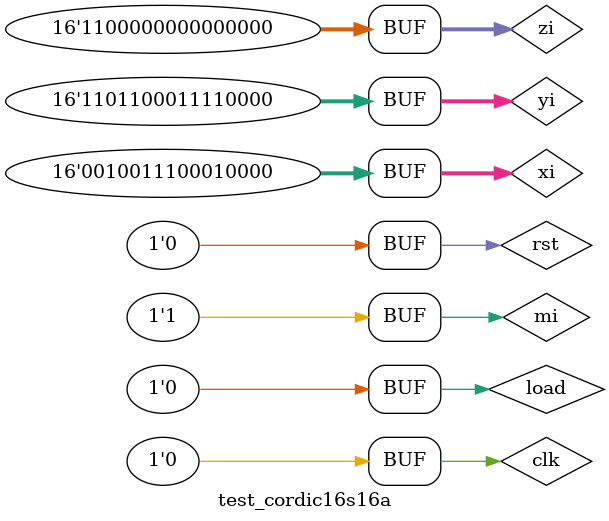
<source format=v>
`timescale 1ns / 1ps
module test_cordic16s16a;

	// Inputs
	reg [15:0] xi;
	reg [15:0] yi;
	reg [15:0] zi;
	reg load;
	reg mi;
	reg clk;
	reg rst;

	// Outputs
	wire [15:0] xo;
	wire [15:0] yo;
	wire [15:0] zo;
	wire rdy;
	wire mo;
	
	// Test
	reg [15:0] xout,yout,zout;

	// Instantiate the Unit Under Test (UUT)
	cordic16s16a uut (
		.xi(xi), 
		.yi(yi), 
		.zi(zi), 
		.xo(xo), 
		.yo(yo), 
		.zo(zo), 
		.load(load), 
		.mi(mi),
		.mo(mo),		
		.rdy(rdy), 
		.clk(clk), 
		.rst(rst)
	);
	always @ (posedge clk)
	begin
		if (rdy) xout <= xo;
		if (rdy) yout <= yo;
		if (rdy) zout <= zo;
	end

	initial begin
		// Initialize Inputs
		xi = 0;
		yi = 0;
		zi = 0;
		load = 0;
		mi = 0;
		clk = 0;
		rst = 0;

		// Wait 100 ns for global reset to finish
		#100;
        
		// reset
		#5 clk = 0; rst = 1;
		#5 clk = 1;
		#5 clk = 0; rst = 0;
		#5 clk = 1;
		// idle
		repeat (20)
		begin
			#5 clk = 0; load = 0;
			#5 clk = 1;
		end
		// demodulate Fs/4
		repeat (16)
		begin
			#5 clk = 0; xi = 16384; yi = 16384; zi = 0; load = 1;
			#5 clk = 1;
			repeat (20)
			begin
				#5 clk = 0; load = 0;
				#5 clk = 1;
			end
			#5 clk = 0; xi = -16384; yi = 16384; zi = 0; load = 1;
			#5 clk = 1;
			repeat (20)
			begin
				#5 clk = 0; load = 0;
				#5 clk = 1;
			end
			#5 clk = 0; xi = -16384; yi = -16384; zi = 0; load = 1;
			#5 clk = 1;
			repeat (20)
			begin
				#5 clk = 0; load = 0;
				#5 clk = 1;
			end
			#5 clk = 0; xi = 16384; yi = -16384; zi = 0; load = 1;
			#5 clk = 1;
			repeat (20)
			begin
				#5 clk = 0; load = 0;
				#5 clk = 1;
			end
		end
		// idle
		repeat (20)
		begin
			#5 clk = 0; load = 0;
			#5 clk = 1;
		end
		// rotate by 0-360 degrees
		zi = -512; mi = 1;
		repeat (129)
		begin
			#5 clk = 0; xi = 20000; yi = 20000; zi = zi+512; load = 1; // -2dBFS
			#5 clk = 1;
			repeat (20)
			begin
				#5 clk = 0; load = 0;
				#5 clk = 1;
			end
		end
		// idle
		repeat (20)
		begin
			#5 clk = 0; load = 0;
			#5 clk = 1;
		end
		// rotate by 0-360 degrees
		zi = -512; mi = 1;
		repeat (129)
		begin
			#5 clk = 0; xi = 200; yi = 200; zi = zi+512; load = 1; // -42dBFS
			#5 clk = 1;
			repeat (20)
			begin
				#5 clk = 0; load = 0;
				#5 clk = 1;
			end
		end
		// idle
		repeat (20)
		begin
			#5 clk = 0; load = 0;
			#5 clk = 1;
		end
		// AM Demodulation
		zi = 0; mi = 0;
		#5 clk = 0; xi = 0; yi = 0; zi = 0; load = 1; // 
		#5 clk = 1;
		repeat (20)
		begin
			#5 clk = 0; load = 0;
			#5 clk = 1;
		end
		#5 clk = 0; xi = 2929; yi = 2929; zi = 0; load = 1; // 
		#5 clk = 1;
		repeat (20)
		begin
			#5 clk = 0; load = 0;
			#5 clk = 1;
		end
		#5 clk = 0; xi = 10000; yi = 10000; zi = 0; load = 1; // 
		#5 clk = 1;
		repeat (20)
		begin
			#5 clk = 0; load = 0;
			#5 clk = 1;
		end
		#5 clk = 0; xi = 17071; yi = 17071; zi = 0; load = 1; // 
		#5 clk = 1;
		repeat (20)
		begin
			#5 clk = 0; load = 0;
			#5 clk = 1;
		end
		#5 clk = 0; xi = 20000; yi = 20000; zi = 0; load = 1; // 
		#5 clk = 1;
		repeat (20)
		begin
			#5 clk = 0; load = 0;
			#5 clk = 1;
		end
		#5 clk = 0; xi = 17071; yi = 17071; zi = 0; load = 1; // 
		#5 clk = 1;
		repeat (20)
		begin
			#5 clk = 0; load = 0;
			#5 clk = 1;
		end
		#5 clk = 0; xi = 10000; yi = 10000; zi = 0; load = 1; // 
		#5 clk = 1;
		repeat (20)
		begin
			#5 clk = 0; load = 0;
			#5 clk = 1;
		end
		#5 clk = 0; xi = 2929; yi = 2929; zi = 0; load = 1; // 
		#5 clk = 1;
		repeat (20)
		begin
			#5 clk = 0; load = 0;
			#5 clk = 1;
		end
		#5 clk = 0; xi = 0; yi = 0; zi = 0; load = 1; // 
		#5 clk = 1;
		repeat (20)
		begin
			#5 clk = 0; load = 0;
			#5 clk = 1;
		end
		#5 clk = 0; xi = 4142; yi = 0; zi = 0; load = 1; // 
		#5 clk = 1;
		repeat (20)
		begin
			#5 clk = 0; load = 0;
			#5 clk = 1;
		end
		#5 clk = 0; xi = 14142; yi = 0; zi = 0; load = 1; // 
		#5 clk = 1;
		repeat (20)
		begin
			#5 clk = 0; load = 0;
			#5 clk = 1;
		end
		#5 clk = 0; xi = 24142; yi = 0; zi = 0; load = 1; // 
		#5 clk = 1;
		repeat (20)
		begin
			#5 clk = 0; load = 0;
			#5 clk = 1;
		end
		#5 clk = 0; xi = 28284; yi = 0; zi = 0; load = 1; // 
		#5 clk = 1;
		repeat (20)
		begin
			#5 clk = 0; load = 0;
			#5 clk = 1;
		end
		#5 clk = 0; xi = 24142; yi = 0; zi = 0; load = 1; // 
		#5 clk = 1;
		repeat (20)
		begin
			#5 clk = 0; load = 0;
			#5 clk = 1;
		end
		#5 clk = 0; xi = 14142; yi = 0; zi = 0; load = 1; // 
		#5 clk = 1;
		repeat (20)
		begin
			#5 clk = 0; load = 0;
			#5 clk = 1;
		end
		#5 clk = 0; xi = 4142; yi = 0; zi = 0; load = 1; // 
		#5 clk = 1;
		repeat (20)
		begin
			#5 clk = 0; load = 0;
			#5 clk = 1;
		end
		#5 clk = 0; xi = 0; yi = 0; zi = 0; load = 1; // 
		#5 clk = 1;
		repeat (20)
		begin
			#5 clk = 0; load = 0;
			#5 clk = 1;
		end
		// idle
		repeat (20)
		begin
			#5 clk = 0; load = 0;
			#5 clk = 1;
		end
		// translate 0-360 degree angles -8dBFS
		#3 clk = 1; mi = 0;
		#3 clk = 1; xi = 14142; yi = 0; zi = 0; load = 1; // 0 degrees
		#3 clk = 0;
		#3 clk = 0;
		repeat (20)
		begin
			#3 clk = 1;
			#3 clk = 1; load = 0;
			#3 clk = 0;
			#3 clk = 0;
		end
		#3 clk = 1; mi = 0;
		#3 clk = 1; xi = 10000; yi = 10000; zi = 0; load = 1; // 45 degrees
		#3 clk = 0;
		#3 clk = 0;
		repeat (20)
		begin
			#3 clk = 1;
			#3 clk = 1; load = 0;
			#3 clk = 0;
			#3 clk = 0;
		end
		#3 clk = 1; mi = 0;
		#3 clk = 1; xi = 0; yi = 14142; zi = 0; load = 1; // 90 degrees
		#3 clk = 0;
		#3 clk = 0;
		repeat (20)
		begin
			#3 clk = 1;
			#3 clk = 1; load = 0;
			#3 clk = 0;
			#3 clk = 0;
		end
		#3 clk = 1; mi = 0;
		#3 clk = 1; xi = -10000; yi = 10000; zi = 0; load = 1; // 135 degrees
		#3 clk = 0;
		#3 clk = 0;
		repeat (20)
		begin
			#3 clk = 1;
			#3 clk = 1; load = 0;
			#3 clk = 0;
			#3 clk = 0;
		end
		#3 clk = 1; mi = 0;
		#3 clk = 1; xi = -14142; yi = 0; zi = 0; load = 1; // 180 degrees
		#3 clk = 0;
		#3 clk = 0;
		repeat (20)
		begin
			#3 clk = 1;
			#3 clk = 1; load = 0;
			#3 clk = 0;
			#3 clk = 0;
		end
		#3 clk = 1; mi = 0;
		#3 clk = 1; xi = -10000; yi = -10000; zi = 0; load = 1; // 225 degrees
		#3 clk = 0;
		#3 clk = 0;
		repeat (20)
		begin
			#3 clk = 1;
			#3 clk = 1; load = 0;
			#3 clk = 0;
			#3 clk = 0;
		end
		#3 clk = 1; mi = 0;
		#3 clk = 1; xi = 0; yi = -14142; zi = 0; load = 1; // 270 degrees
		#3 clk = 0;
		#3 clk = 0;
		repeat (20)
		begin
			#3 clk = 1;
			#3 clk = 1; load = 0;
			#3 clk = 0;
			#3 clk = 0;
		end
		#3 clk = 1; mi = 0;
		#3 clk = 1; xi = 10000; yi = -10000; zi = 0; load = 1; // 315 degrees
		#3 clk = 0;
		#3 clk = 0;
		repeat (20)
		begin
			#3 clk = 1;
			#3 clk = 1; load = 0;
			#3 clk = 0;
			#3 clk = 0;
		end
		#3 clk = 1; mi = 0;
		#3 clk = 1; xi = 14142; yi = 0; zi = 0; load = 1; // 360 degrees
		#3 clk = 0;
		#3 clk = 0;
		repeat (20)
		begin
			#3 clk = 1;
			#3 clk = 1; load = 0;
			#3 clk = 0;
			#3 clk = 0;
		end
		// idle
		repeat (20)
		begin
			#5 clk = 0; load = 0;
			#5 clk = 1;
		end
		// translate 0-360 degree angles -28dBFS
		#3 clk = 1; mi = 0;
		#3 clk = 1; xi = 1414; yi = 0; zi = 0; load = 1; // 0 degrees
		#3 clk = 0;
		#3 clk = 0;
		repeat (20)
		begin
			#3 clk = 1;
			#3 clk = 1; load = 0;
			#3 clk = 0;
			#3 clk = 0;
		end
		#3 clk = 1; mi = 0;
		#3 clk = 1; xi = 1000; yi = 1000; zi = 0; load = 1; // 45 degrees
		#3 clk = 0;
		#3 clk = 0;
		repeat (20)
		begin
			#3 clk = 1;
			#3 clk = 1; load = 0;
			#3 clk = 0;
			#3 clk = 0;
		end
		#3 clk = 1; mi = 0;
		#3 clk = 1; xi = 0; yi = 1414; zi = 0; load = 1; // 90 degrees
		#3 clk = 0;
		#3 clk = 0;
		repeat (20)
		begin
			#3 clk = 1;
			#3 clk = 1; load = 0;
			#3 clk = 0;
			#3 clk = 0;
		end
		#3 clk = 1; mi = 0;
		#3 clk = 1; xi = -1000; yi = 1000; zi = 0; load = 1; // 135 degrees
		#3 clk = 0;
		#3 clk = 0;
		repeat (20)
		begin
			#3 clk = 1;
			#3 clk = 1; load = 0;
			#3 clk = 0;
			#3 clk = 0;
		end
		#3 clk = 1; mi = 0;
		#3 clk = 1; xi = -1414; yi = 0; zi = 0; load = 1; // 180 degrees
		#3 clk = 0;
		#3 clk = 0;
		repeat (20)
		begin
			#3 clk = 1;
			#3 clk = 1; load = 0;
			#3 clk = 0;
			#3 clk = 0;
		end
		#3 clk = 1; mi = 0;
		#3 clk = 1; xi = -1000; yi = -1000; zi = 0; load = 1; // 225 degrees
		#3 clk = 0;
		#3 clk = 0;
		repeat (20)
		begin
			#3 clk = 1;
			#3 clk = 1; load = 0;
			#3 clk = 0;
			#3 clk = 0;
		end
		#3 clk = 1; mi = 0;
		#3 clk = 1; xi = 0; yi = -1414; zi = 0; load = 1; // 270 degrees
		#3 clk = 0;
		#3 clk = 0;
		repeat (20)
		begin
			#3 clk = 1;
			#3 clk = 1; load = 0;
			#3 clk = 0;
			#3 clk = 0;
		end
		#3 clk = 1; mi = 0;
		#3 clk = 1; xi = 1000; yi = -1000; zi = 0; load = 1; // 315 degrees
		#3 clk = 0;
		#3 clk = 0;
		repeat (20)
		begin
			#3 clk = 1;
			#3 clk = 1; load = 0;
			#3 clk = 0;
			#3 clk = 0;
		end
		#3 clk = 1; mi = 0;
		#3 clk = 1; xi = 1414; yi = 0; zi = 0; load = 1; // 360 degrees
		#3 clk = 0;
		#3 clk = 0;
		repeat (20)
		begin
			#3 clk = 1;
			#3 clk = 1; load = 0;
			#3 clk = 0;
			#3 clk = 0;
		end
		// idle
		repeat (20)
		begin
			#5 clk = 0; load = 0;
			#5 clk = 1;
		end
		// translate 0-360 degree angles -48dBFS
		#3 clk = 1; mi = 0;
		#3 clk = 1; xi = 141; yi = 0; zi = 0; load = 1; // 0 degrees
		#3 clk = 0;
		#3 clk = 0;
		repeat (20)
		begin
			#3 clk = 1;
			#3 clk = 1; load = 0;
			#3 clk = 0;
			#3 clk = 0;
		end
		#3 clk = 1; mi = 0;
		#3 clk = 1; xi = 100; yi = 100; zi = 0; load = 1; // 45 degrees
		#3 clk = 0;
		#3 clk = 0;
		repeat (20)
		begin
			#3 clk = 1;
			#3 clk = 1; load = 0;
			#3 clk = 0;
			#3 clk = 0;
		end
		#3 clk = 1; mi = 0;
		#3 clk = 1; xi = 0; yi = 141; zi = 0; load = 1; // 90 degrees
		#3 clk = 0;
		#3 clk = 0;
		repeat (20)
		begin
			#3 clk = 1;
			#3 clk = 1; load = 0;
			#3 clk = 0;
			#3 clk = 0;
		end
		#3 clk = 1; mi = 0;
		#3 clk = 1; xi = -100; yi = 100; zi = 0; load = 1; // 135 degrees
		#3 clk = 0;
		#3 clk = 0;
		repeat (20)
		begin
			#3 clk = 1;
			#3 clk = 1; load = 0;
			#3 clk = 0;
			#3 clk = 0;
		end
		#3 clk = 1; mi = 0;
		#3 clk = 1; xi = -141; yi = 0; zi = 0; load = 1; // 180 degrees
		#3 clk = 0;
		#3 clk = 0;
		repeat (20)
		begin
			#3 clk = 1;
			#3 clk = 1; load = 0;
			#3 clk = 0;
			#3 clk = 0;
		end
		#3 clk = 1; mi = 0;
		#3 clk = 1; xi = -100; yi = -100; zi = 0; load = 1; // 225 degrees
		#3 clk = 0;
		#3 clk = 0;
		repeat (20)
		begin
			#3 clk = 1;
			#3 clk = 1; load = 0;
			#3 clk = 0;
			#3 clk = 0;
		end
		#3 clk = 1; mi = 0;
		#3 clk = 1; xi = 0; yi = -141; zi = 0; load = 1; // 270 degrees
		#3 clk = 0;
		#3 clk = 0;
		repeat (20)
		begin
			#3 clk = 1;
			#3 clk = 1; load = 0;
			#3 clk = 0;
			#3 clk = 0;
		end
		#3 clk = 1; mi = 0;
		#3 clk = 1; xi = 100; yi = -100; zi = 0; load = 1; // 315 degrees
		#3 clk = 0;
		#3 clk = 0;
		repeat (20)
		begin
			#3 clk = 1;
			#3 clk = 1; load = 0;
			#3 clk = 0;
			#3 clk = 0;
		end
		#3 clk = 1; mi = 0;
		#3 clk = 1; xi = 141; yi = 0; zi = 0; load = 1; // 360 degrees
		#3 clk = 0;
		#3 clk = 0;
		repeat (20)
		begin
			#3 clk = 1;
			#3 clk = 1; load = 0;
			#3 clk = 0;
			#3 clk = 0;
		end
		// idle
		repeat (20)
		begin
			#5 clk = 0; load = 0;
			#5 clk = 1;
		end
		// mix Fs/8 inputs with Fs/4 phase rotation
		repeat (2)
		begin
			#3 clk = 1; mi = 1;
			#3 clk = 1; xi = 14142; yi = 0; zi = 0; load = 1; // 0 degrees
			#3 clk = 0;
			#3 clk = 0;
			repeat (20)
			begin
				#3 clk = 1;
				#3 clk = 1; load = 0;
				#3 clk = 0;
				#3 clk = 0;
			end
			#3 clk = 1; mi = 1;
			#3 clk = 1; xi = 10000; yi = 10000; zi = 16384; load = 1; // 45 degrees
			#3 clk = 0;
			#3 clk = 0;
			repeat (20)
			begin
				#3 clk = 1;
				#3 clk = 1; load = 0;
				#3 clk = 0;
				#3 clk = 0;
			end	
			#3 clk = 1; mi = 1;
			#3 clk = 1; xi = 0; yi = 14142; zi = 32768; load = 1; // 90 degrees
			#3 clk = 0;
			#3 clk = 0;
			repeat (20)
			begin
				#3 clk = 1;
				#3 clk = 1; load = 0;
				#3 clk = 0;
				#3 clk = 0;
			end
			#3 clk = 1; mi = 1;
			#3 clk = 1; xi = -10000; yi = 10000; zi = 49152; load = 1; // 135 degrees
			#3 clk = 0;
			#3 clk = 0;
			repeat (20)
			begin
				#3 clk = 1;
				#3 clk = 1; load = 0;
				#3 clk = 0;
				#3 clk = 0;
			end
			#3 clk = 1; mi = 1;
			#3 clk = 1; xi = -14142; yi = 0; zi = 0; load = 1; // 180 degrees
			#3 clk = 0;
			#3 clk = 0;
			repeat (20)
			begin
				#3 clk = 1;
				#3 clk = 1; load = 0;
				#3 clk = 0;
				#3 clk = 0;
			end
			#3 clk = 1; mi = 1;
			#3 clk = 1; xi = -10000; yi = -10000; zi = 16384; load = 1; // 225 degrees
			#3 clk = 0;
			#3 clk = 0;
			repeat (20)
			begin
				#3 clk = 1;
				#3 clk = 1; load = 0;
				#3 clk = 0;
				#3 clk = 0;
			end
			#3 clk = 1; mi = 1;
			#3 clk = 1; xi = 0; yi = -14142; zi = 32768; load = 1; // 270 degrees
			#3 clk = 0;
			#3 clk = 0;
			repeat (20)
			begin
				#3 clk = 1;
				#3 clk = 1; load = 0;
				#3 clk = 0;
				#3 clk = 0;
			end
			#3 clk = 1; mi = 1;
			#3 clk = 1; xi = 10000; yi = -10000; zi = 49152; load = 1; // 315 degrees
			#3 clk = 0;
			#3 clk = 0;
			repeat (20)
			begin
				#3 clk = 1;
				#3 clk = 1; load = 0;
				#3 clk = 0;
				#3 clk = 0;
			end
		end
	end
      
endmodule


</source>
